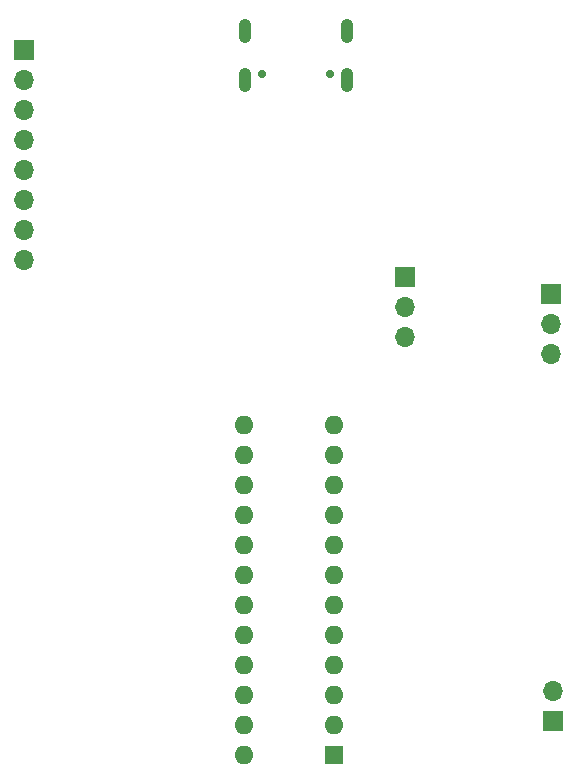
<source format=gbr>
%TF.GenerationSoftware,KiCad,Pcbnew,(6.0.6)*%
%TF.CreationDate,2022-11-11T00:06:58-05:00*%
%TF.ProjectId,RP2040_AS3394,52503230-3430-45f4-9153-333339342e6b,rev?*%
%TF.SameCoordinates,Original*%
%TF.FileFunction,Soldermask,Bot*%
%TF.FilePolarity,Negative*%
%FSLAX46Y46*%
G04 Gerber Fmt 4.6, Leading zero omitted, Abs format (unit mm)*
G04 Created by KiCad (PCBNEW (6.0.6)) date 2022-11-11 00:06:58*
%MOMM*%
%LPD*%
G01*
G04 APERTURE LIST*
%ADD10C,0.700000*%
%ADD11O,1.050000X2.100000*%
%ADD12R,1.700000X1.700000*%
%ADD13O,1.700000X1.700000*%
%ADD14R,1.600000X1.600000*%
%ADD15O,1.600000X1.600000*%
G04 APERTURE END LIST*
D10*
%TO.C,J2*%
X139112000Y-90042500D03*
X133332000Y-90042500D03*
D11*
X140542000Y-90572500D03*
X131902000Y-90572500D03*
X140542000Y-86392500D03*
X131902000Y-86392500D03*
%TD*%
D12*
%TO.C,J4*%
X113157000Y-88026000D03*
D13*
X113157000Y-90566000D03*
X113157000Y-93106000D03*
X113157000Y-95646000D03*
X113157000Y-98186000D03*
X113157000Y-100726000D03*
X113157000Y-103266000D03*
X113157000Y-105806000D03*
%TD*%
D14*
%TO.C,U5*%
X139436000Y-147706000D03*
D15*
X139436000Y-145166000D03*
X139436000Y-142626000D03*
X139436000Y-140086000D03*
X139436000Y-137546000D03*
X139436000Y-135006000D03*
X139436000Y-132466000D03*
X139436000Y-129926000D03*
X139436000Y-127386000D03*
X139436000Y-124846000D03*
X139436000Y-122306000D03*
X139436000Y-119766000D03*
X131816000Y-119766000D03*
X131816000Y-122306000D03*
X131816000Y-124846000D03*
X131816000Y-127386000D03*
X131816000Y-129926000D03*
X131816000Y-132466000D03*
X131816000Y-135006000D03*
X131816000Y-137546000D03*
X131816000Y-140086000D03*
X131816000Y-142626000D03*
X131816000Y-145166000D03*
X131816000Y-147706000D03*
%TD*%
D12*
%TO.C,J1*%
X145430000Y-107285000D03*
D13*
X145430000Y-109825000D03*
X145430000Y-112365000D03*
%TD*%
D12*
%TO.C,J3*%
X158000000Y-144845000D03*
D13*
X158000000Y-142305000D03*
%TD*%
D12*
%TO.C,J5*%
X157820000Y-108685000D03*
D13*
X157820000Y-111225000D03*
X157820000Y-113765000D03*
%TD*%
M02*

</source>
